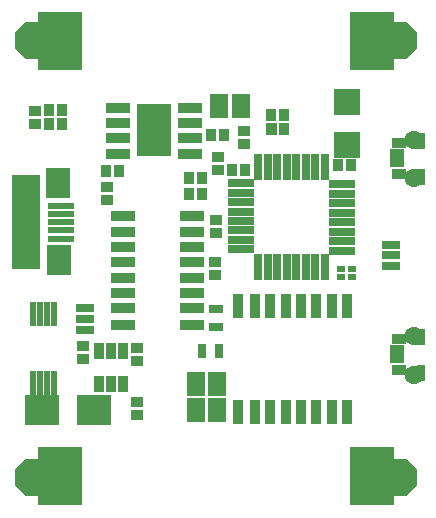
<source format=gbr>
%FSLAX34Y34*%
%MOMM*%
%LNSOLDERMASK_TOP*%
G71*
G01*
%ADD10R, 2.30X0.60*%
%ADD11R, 2.10X2.50*%
%ADD12R, 2.40X8.00*%
%ADD13R, 0.70X2.20*%
%ADD14R, 2.20X0.70*%
%ADD15R, 1.60X0.70*%
%ADD16R, 0.80X0.60*%
%ADD17R, 2.90X2.60*%
%ADD18R, 0.60X2.00*%
%ADD19R, 0.90X1.40*%
%ADD20R, 1.00X0.90*%
%ADD21R, 2.00X0.90*%
%ADD22R, 1.30X0.80*%
%ADD23R, 0.80X1.30*%
%ADD24R, 0.90X1.00*%
%ADD25R, 2.90X4.50*%
%ADD26R, 1.50X2.00*%
%ADD27R, 3.70X5.00*%
%ADD28R, 2.20X2.20*%
%ADD29R, 0.90X2.00*%
%ADD30R, 1.30X1.60*%
%ADD31R, 1.20X0.90*%
%ADD32C, 1.60*%
%ADD33R, 0.70X1.40*%
%LPD*%
X54000Y830000D02*
G54D10*
D03*
X54000Y823000D02*
G54D10*
D03*
X54000Y816000D02*
G54D10*
D03*
X54000Y802000D02*
G54D10*
D03*
X54000Y809000D02*
G54D10*
D03*
X51000Y849000D02*
G54D11*
D03*
X52000Y784000D02*
G54D11*
D03*
X24000Y816000D02*
G54D12*
D03*
X221000Y863000D02*
G54D13*
D03*
X229000Y863000D02*
G54D13*
D03*
X237000Y863000D02*
G54D13*
D03*
X245000Y863000D02*
G54D13*
D03*
X253000Y863000D02*
G54D13*
D03*
X261000Y863000D02*
G54D13*
D03*
X269000Y863000D02*
G54D13*
D03*
X277000Y863000D02*
G54D13*
D03*
X221000Y778000D02*
G54D13*
D03*
X229000Y778000D02*
G54D13*
D03*
X237000Y778000D02*
G54D13*
D03*
X245000Y778000D02*
G54D13*
D03*
X253000Y778000D02*
G54D13*
D03*
X261000Y778000D02*
G54D13*
D03*
X269000Y778000D02*
G54D13*
D03*
X277000Y778000D02*
G54D13*
D03*
X292000Y848000D02*
G54D14*
D03*
X292000Y840000D02*
G54D14*
D03*
X292000Y832000D02*
G54D14*
D03*
X292000Y824000D02*
G54D14*
D03*
X292000Y816000D02*
G54D14*
D03*
X292000Y808000D02*
G54D14*
D03*
X292000Y800000D02*
G54D14*
D03*
X292000Y792000D02*
G54D14*
D03*
X206000Y849000D02*
G54D14*
D03*
X206000Y841000D02*
G54D14*
D03*
X206000Y833000D02*
G54D14*
D03*
X206000Y825000D02*
G54D14*
D03*
X206000Y817000D02*
G54D14*
D03*
X206000Y809000D02*
G54D14*
D03*
X206000Y801000D02*
G54D14*
D03*
X206000Y793000D02*
G54D14*
D03*
X333000Y797000D02*
G54D15*
D03*
X333000Y788000D02*
G54D15*
D03*
X333000Y779000D02*
G54D15*
D03*
X290500Y776500D02*
G54D16*
D03*
X290500Y769500D02*
G54D16*
D03*
X300500Y776500D02*
G54D16*
D03*
X300500Y769500D02*
G54D16*
D03*
X38000Y657000D02*
G54D17*
D03*
X82000Y657000D02*
G54D17*
D03*
X48000Y738000D02*
G54D18*
D03*
X42000Y738000D02*
G54D18*
D03*
X36000Y738000D02*
G54D18*
D03*
X30000Y738000D02*
G54D18*
D03*
X48000Y680000D02*
G54D18*
D03*
X42000Y680000D02*
G54D18*
D03*
X36000Y680000D02*
G54D18*
D03*
X30000Y680000D02*
G54D18*
D03*
X86000Y679000D02*
G54D19*
D03*
X96000Y679000D02*
G54D19*
D03*
X106000Y679000D02*
G54D19*
D03*
X86000Y707000D02*
G54D19*
D03*
X96000Y707000D02*
G54D19*
D03*
X106000Y707000D02*
G54D19*
D03*
X118500Y663500D02*
G54D20*
D03*
X118500Y652500D02*
G54D20*
D03*
X72500Y711500D02*
G54D20*
D03*
X72500Y700500D02*
G54D20*
D03*
X106000Y821000D02*
G54D21*
D03*
X106000Y808000D02*
G54D21*
D03*
X106000Y795000D02*
G54D21*
D03*
X106000Y782000D02*
G54D21*
D03*
X106000Y769000D02*
G54D21*
D03*
X106000Y756000D02*
G54D21*
D03*
X106000Y743000D02*
G54D21*
D03*
X106000Y729000D02*
G54D21*
D03*
X165000Y821000D02*
G54D21*
D03*
X165000Y808000D02*
G54D21*
D03*
X165000Y795000D02*
G54D21*
D03*
X165000Y782000D02*
G54D21*
D03*
X165000Y769000D02*
G54D21*
D03*
X165000Y756000D02*
G54D21*
D03*
X165000Y743000D02*
G54D21*
D03*
X165000Y729000D02*
G54D21*
D03*
X74000Y743000D02*
G54D15*
D03*
X74000Y734000D02*
G54D15*
D03*
X74000Y725000D02*
G54D15*
D03*
X185500Y742500D02*
G54D22*
D03*
X185500Y727500D02*
G54D22*
D03*
X173000Y707000D02*
G54D23*
D03*
X188000Y707000D02*
G54D23*
D03*
X184595Y782000D02*
G54D20*
D03*
X184595Y771000D02*
G54D20*
D03*
X192000Y890000D02*
G54D24*
D03*
X181000Y890000D02*
G54D24*
D03*
X102000Y913000D02*
G54D21*
D03*
X102000Y900000D02*
G54D21*
D03*
X102000Y887000D02*
G54D21*
D03*
X102000Y874000D02*
G54D21*
D03*
X163000Y913000D02*
G54D21*
D03*
X163000Y900000D02*
G54D21*
D03*
X163000Y887000D02*
G54D21*
D03*
X163000Y874000D02*
G54D21*
D03*
X133000Y894000D02*
G54D25*
D03*
X188000Y914000D02*
G54D26*
D03*
X206000Y914000D02*
G54D26*
D03*
X55000Y911000D02*
G54D24*
D03*
X44000Y911000D02*
G54D24*
D03*
X55000Y899000D02*
G54D24*
D03*
X44000Y899000D02*
G54D24*
D03*
X31500Y910500D02*
G54D20*
D03*
X31500Y899500D02*
G54D20*
D03*
X118500Y709500D02*
G54D20*
D03*
X118500Y698500D02*
G54D20*
D03*
X53000Y969000D02*
G54D27*
D03*
X317000Y969000D02*
G54D27*
D03*
X317000Y601000D02*
G54D27*
D03*
X53000Y601000D02*
G54D27*
D03*
X185500Y817500D02*
G54D20*
D03*
X185500Y806500D02*
G54D20*
D03*
X92437Y846158D02*
G54D20*
D03*
X92437Y835158D02*
G54D20*
D03*
X102938Y859658D02*
G54D24*
D03*
X91938Y859658D02*
G54D24*
D03*
X243000Y907000D02*
G54D24*
D03*
X232000Y907000D02*
G54D24*
D03*
X187000Y860000D02*
G54D20*
D03*
X187000Y871000D02*
G54D20*
D03*
X199000Y860000D02*
G54D24*
D03*
X210000Y860000D02*
G54D24*
D03*
X299000Y864000D02*
G54D24*
D03*
X288000Y864000D02*
G54D24*
D03*
X296000Y881000D02*
G54D28*
D03*
X296000Y918000D02*
G54D28*
D03*
X296000Y745000D02*
G54D29*
D03*
X283000Y745000D02*
G54D29*
D03*
X270000Y745000D02*
G54D29*
D03*
X257000Y745000D02*
G54D29*
D03*
X244000Y745000D02*
G54D29*
D03*
X231000Y745000D02*
G54D29*
D03*
X218000Y745000D02*
G54D29*
D03*
X204000Y745000D02*
G54D29*
D03*
X296000Y655000D02*
G54D29*
D03*
X283000Y655000D02*
G54D29*
D03*
X270000Y655000D02*
G54D29*
D03*
X257000Y655000D02*
G54D29*
D03*
X244000Y655000D02*
G54D29*
D03*
X231000Y655000D02*
G54D29*
D03*
X218000Y655000D02*
G54D29*
D03*
X204000Y655000D02*
G54D29*
D03*
X168000Y679000D02*
G54D26*
D03*
X186000Y679000D02*
G54D26*
D03*
X168000Y657000D02*
G54D26*
D03*
X186000Y657000D02*
G54D26*
D03*
X338000Y870000D02*
G54D30*
D03*
X340000Y883000D02*
G54D31*
D03*
X340000Y857000D02*
G54D31*
D03*
X353000Y886000D02*
G54D32*
D03*
X353000Y853000D02*
G54D32*
D03*
X359000Y885000D02*
G54D33*
D03*
X359000Y854000D02*
G54D33*
D03*
X338000Y704000D02*
G54D30*
D03*
X340000Y717000D02*
G54D31*
D03*
X340000Y691000D02*
G54D31*
D03*
X353000Y720000D02*
G54D32*
D03*
X353000Y687000D02*
G54D32*
D03*
X359000Y719000D02*
G54D33*
D03*
X359000Y688000D02*
G54D33*
D03*
G36*
X14500Y976432D02*
X23568Y985500D01*
X36432Y985500D01*
X45500Y976432D01*
X45500Y963568D01*
X36432Y954500D01*
X23568Y954500D01*
X14500Y963568D01*
X14500Y976432D01*
G37*
G36*
X324500Y976432D02*
X333568Y985500D01*
X346432Y985500D01*
X355500Y976432D01*
X355500Y963568D01*
X346432Y954500D01*
X333568Y954500D01*
X324500Y963568D01*
X324500Y976432D01*
G37*
G36*
X324500Y606432D02*
X333568Y615500D01*
X346432Y615500D01*
X355500Y606432D01*
X355500Y593568D01*
X346432Y584500D01*
X333568Y584500D01*
X324500Y593568D01*
X324500Y606432D01*
G37*
G36*
X14500Y606432D02*
X23568Y615500D01*
X36432Y615500D01*
X45500Y606432D01*
X45500Y593568D01*
X36432Y584500D01*
X23568Y584500D01*
X14500Y593568D01*
X14500Y606432D01*
G37*
X209000Y882000D02*
G54D20*
D03*
X209000Y893000D02*
G54D20*
D03*
G36*
X227500Y900000D02*
X236500Y900000D01*
X236500Y890000D01*
X227500Y890000D01*
X227500Y900000D01*
G37*
X243000Y895000D02*
G54D24*
D03*
X162000Y840000D02*
G54D24*
D03*
X173000Y840000D02*
G54D24*
D03*
X162000Y853000D02*
G54D24*
D03*
X173000Y853000D02*
G54D24*
D03*
M02*

</source>
